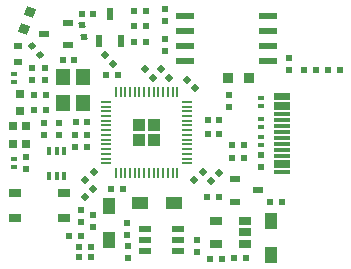
<source format=gtp>
G04*
G04 #@! TF.GenerationSoftware,Altium Limited,Altium Designer,25.2.1 (25)*
G04*
G04 Layer_Color=8421504*
%FSAX26Y26*%
%MOIN*%
G70*
G04*
G04 #@! TF.SameCoordinates,B4543352-C1F1-4858-B80E-EDAD671B2EAA*
G04*
G04*
G04 #@! TF.FilePolarity,Positive*
G04*
G01*
G75*
%ADD18R,0.057087X0.011811*%
%ADD19R,0.021654X0.019685*%
%ADD20R,0.034449X0.007874*%
%ADD21R,0.007874X0.034449*%
%ADD22R,0.035433X0.023622*%
%ADD23R,0.024606X0.012795*%
%ADD24R,0.021654X0.019685*%
%ADD25R,0.019685X0.021654*%
%ADD26R,0.015748X0.031496*%
%ADD27R,0.053150X0.043307*%
%ADD28R,0.019685X0.021654*%
%ADD29R,0.038000X0.036000*%
%ADD30R,0.022000X0.042000*%
%ADD31R,0.039370X0.027559*%
%ADD32R,0.039370X0.023622*%
%ADD33R,0.025591X0.031496*%
G04:AMPARAMS|DCode=34|XSize=21.654mil|YSize=19.685mil|CornerRadius=0mil|HoleSize=0mil|Usage=FLASHONLY|Rotation=225.000|XOffset=0mil|YOffset=0mil|HoleType=Round|Shape=Rectangle|*
%AMROTATEDRECTD34*
4,1,4,0.000696,0.014615,0.014615,0.000696,-0.000696,-0.014615,-0.014615,-0.000696,0.000696,0.014615,0.0*
%
%ADD34ROTATEDRECTD34*%

G04:AMPARAMS|DCode=35|XSize=19.685mil|YSize=21.654mil|CornerRadius=0mil|HoleSize=0mil|Usage=FLASHONLY|Rotation=135.000|XOffset=0mil|YOffset=0mil|HoleType=Round|Shape=Rectangle|*
%AMROTATEDRECTD35*
4,1,4,0.014615,0.000696,-0.000696,-0.014615,-0.014615,-0.000696,0.000696,0.014615,0.014615,0.000696,0.0*
%
%ADD35ROTATEDRECTD35*%

G04:AMPARAMS|DCode=36|XSize=21.654mil|YSize=19.685mil|CornerRadius=0mil|HoleSize=0mil|Usage=FLASHONLY|Rotation=10.000|XOffset=0mil|YOffset=0mil|HoleType=Round|Shape=Rectangle|*
%AMROTATEDRECTD36*
4,1,4,-0.008953,-0.011573,-0.012371,0.007813,0.008953,0.011573,0.012371,-0.007813,-0.008953,-0.011573,0.0*
%
%ADD36ROTATEDRECTD36*%

%ADD37R,0.043307X0.053150*%
G04:AMPARAMS|DCode=38|XSize=30mil|YSize=32mil|CornerRadius=0mil|HoleSize=0mil|Usage=FLASHONLY|Rotation=70.000|XOffset=0mil|YOffset=0mil|HoleType=Round|Shape=Rectangle|*
%AMROTATEDRECTD38*
4,1,4,0.009905,-0.019568,-0.020165,-0.008623,-0.009905,0.019568,0.020165,0.008623,0.009905,-0.019568,0.0*
%
%ADD38ROTATEDRECTD38*%

%ADD39R,0.027559X0.027559*%
G04:AMPARAMS|DCode=40|XSize=21.654mil|YSize=19.685mil|CornerRadius=0mil|HoleSize=0mil|Usage=FLASHONLY|Rotation=135.000|XOffset=0mil|YOffset=0mil|HoleType=Round|Shape=Rectangle|*
%AMROTATEDRECTD40*
4,1,4,0.014615,-0.000696,0.000696,-0.014615,-0.014615,0.000696,-0.000696,0.014615,0.014615,-0.000696,0.0*
%
%ADD40ROTATEDRECTD40*%

%ADD41R,0.062992X0.023622*%
%ADD42R,0.047244X0.055118*%
G04:AMPARAMS|DCode=43|XSize=19.685mil|YSize=21.654mil|CornerRadius=0mil|HoleSize=0mil|Usage=FLASHONLY|Rotation=130.000|XOffset=0mil|YOffset=0mil|HoleType=Round|Shape=Rectangle|*
%AMROTATEDRECTD43*
4,1,4,0.014620,-0.000580,-0.001967,-0.014499,-0.014620,0.000580,0.001967,0.014499,0.014620,-0.000580,0.0*
%
%ADD43ROTATEDRECTD43*%

G04:AMPARAMS|DCode=44|XSize=19.685mil|YSize=21.654mil|CornerRadius=0mil|HoleSize=0mil|Usage=FLASHONLY|Rotation=45.000|XOffset=0mil|YOffset=0mil|HoleType=Round|Shape=Rectangle|*
%AMROTATEDRECTD44*
4,1,4,0.000696,-0.014615,-0.014615,0.000696,-0.000696,0.014615,0.014615,-0.000696,0.000696,-0.014615,0.0*
%
%ADD44ROTATEDRECTD44*%

%ADD45R,0.041339X0.025591*%
%ADD46R,0.031496X0.023622*%
G36*
X-00150590Y-00037402D02*
X-00150590Y00002953D01*
X-00110236Y00002953D01*
X-00110236Y-00037402D01*
X-00150590Y-00037402D01*
X-00150590Y-00037402D02*
G37*
G36*
X-00150590Y00012795D02*
X-00150590Y00053150D01*
X-00110236Y00053150D01*
X-00110236Y00012795D01*
X-00150590Y00012795D01*
X-00150590Y00012795D02*
G37*
G36*
X-00100394Y-00037402D02*
X-00100394Y00002953D01*
X-00060039Y00002953D01*
X-00060039Y-00037402D01*
X-00100394Y-00037402D01*
X-00100394Y-00037402D02*
G37*
G36*
X-00100394Y00012795D02*
X-00100394Y00053150D01*
X-00060039Y00053150D01*
X-00060039Y00012795D01*
X-00100394Y00012795D01*
X-00100394Y00012795D02*
G37*
D18*
X00346457Y-00122047D02*
D03*
X00346457Y-00102362D02*
D03*
X00346457Y-00090551D02*
D03*
X00346457Y-00068898D02*
D03*
X00346457Y-00049213D02*
D03*
X00346233Y-00029528D02*
D03*
X00346457Y-00009842D02*
D03*
X00346457Y00009842D02*
D03*
X00346457Y00029528D02*
D03*
X00346457Y00049213D02*
D03*
X00346457Y00068898D02*
D03*
X00346457Y00090551D02*
D03*
X00346457Y00102362D02*
D03*
X00346457Y00122047D02*
D03*
X00346457Y00133858D02*
D03*
D19*
X-00448425Y00000197D02*
D03*
X-00397835Y00000197D02*
D03*
X-00344488Y-00001476D02*
D03*
X-00344488Y-00040846D02*
D03*
X-00305330Y-00040020D02*
D03*
X-00305330Y-00000650D02*
D03*
X-00170335Y-00295276D02*
D03*
X-00170335Y-00334646D02*
D03*
X-00168059Y-00370913D02*
D03*
X-00168059Y-00410283D02*
D03*
X00062595Y-00389169D02*
D03*
X00062595Y-00349799D02*
D03*
X00370249Y00216798D02*
D03*
X00370249Y00256168D02*
D03*
X-00043623Y00280737D02*
D03*
X-00043623Y00320107D02*
D03*
X-00397835Y00039567D02*
D03*
X-00448425Y00039567D02*
D03*
D20*
X-00240649Y-00094488D02*
D03*
X-00240649Y-00078740D02*
D03*
X-00240649Y-00062992D02*
D03*
X-00240649Y-00047244D02*
D03*
X-00240649Y-00031496D02*
D03*
X-00240649Y-00015748D02*
D03*
X-00240649Y-00000000D02*
D03*
X-00240649Y00015748D02*
D03*
X-00240649Y00031496D02*
D03*
X-00240649Y00047244D02*
D03*
X-00240649Y00062992D02*
D03*
X-00240649Y00078740D02*
D03*
X-00240649Y00094488D02*
D03*
X-00240649Y00110236D02*
D03*
X00030020Y00015748D02*
D03*
X00030020Y-00000000D02*
D03*
X00030020Y-00015748D02*
D03*
X00030020Y-00031496D02*
D03*
X00030020Y-00047244D02*
D03*
X00030020Y-00062992D02*
D03*
X00030020Y-00078740D02*
D03*
X00030020Y-00094488D02*
D03*
X00030020Y00031496D02*
D03*
X00030020Y00047244D02*
D03*
X00030020Y00062992D02*
D03*
X00030020Y00078740D02*
D03*
X00030020Y00094488D02*
D03*
X00030020Y00110236D02*
D03*
D21*
X-00207677Y-00127461D02*
D03*
X-00191929Y-00127461D02*
D03*
X-00176181Y-00127461D02*
D03*
X-00160433Y-00127461D02*
D03*
X-00144685Y-00127461D02*
D03*
X-00128937Y-00127461D02*
D03*
X-00113189Y-00127461D02*
D03*
X-00097441Y-00127461D02*
D03*
X-00081693Y-00127461D02*
D03*
X-00065945Y-00127461D02*
D03*
X-00050197Y-00127461D02*
D03*
X-00034449Y-00127461D02*
D03*
X-00018701Y-00127461D02*
D03*
X-00002953Y-00127461D02*
D03*
X-00002953Y00143208D02*
D03*
X-00018701Y00143208D02*
D03*
X-00034449Y00143208D02*
D03*
X-00050197Y00143208D02*
D03*
X-00065945Y00143208D02*
D03*
X-00081693Y00143208D02*
D03*
X-00097441Y00143208D02*
D03*
X-00113189Y00143208D02*
D03*
X-00128937Y00143208D02*
D03*
X-00144685Y00143208D02*
D03*
X-00160433Y00143208D02*
D03*
X-00176181Y00143208D02*
D03*
X-00191929Y00143208D02*
D03*
X-00207677Y00143208D02*
D03*
D22*
X-00446850Y00335830D02*
D03*
X-00368110Y00373231D02*
D03*
X-00368110Y00298428D02*
D03*
X00187846Y-00147578D02*
D03*
X00187846Y-00222381D02*
D03*
X00266586Y-00184980D02*
D03*
D23*
X-00548228Y-00108268D02*
D03*
X-00548228Y-00080709D02*
D03*
X-00547244Y00175197D02*
D03*
X-00547244Y00202756D02*
D03*
X00275590Y00026575D02*
D03*
X00275590Y-00006890D02*
D03*
X00275590Y-00034449D02*
D03*
X00275590Y00054134D02*
D03*
X00275591Y00095472D02*
D03*
X00275591Y00123031D02*
D03*
D24*
X-00505905Y-00114217D02*
D03*
X-00505905Y-00074847D02*
D03*
X-00324315Y-00250702D02*
D03*
X-00324315Y-00290072D02*
D03*
X-00285505Y-00306134D02*
D03*
X-00285505Y-00266764D02*
D03*
X00170952Y00092483D02*
D03*
X00170952Y00131853D02*
D03*
X00276575Y-00066768D02*
D03*
X00276575Y-00106138D02*
D03*
X-00044291Y00378937D02*
D03*
X-00044291Y00418307D02*
D03*
X-00442506Y00223936D02*
D03*
X-00442506Y00184566D02*
D03*
X-00487574Y00184055D02*
D03*
X-00487574Y00223425D02*
D03*
D25*
X-00478895Y00083960D02*
D03*
X-00478895Y00131693D02*
D03*
X-00439525Y00131693D02*
D03*
X-00439525Y00083960D02*
D03*
X-00342059Y00043110D02*
D03*
X-00302689Y00043110D02*
D03*
X-00145669Y00362205D02*
D03*
X-00106299Y00362205D02*
D03*
X-00106299Y00413386D02*
D03*
X-00145669Y00413386D02*
D03*
X-00282699Y00403904D02*
D03*
X-00322069Y00403904D02*
D03*
X00181102Y-00032212D02*
D03*
X00220472Y-00032212D02*
D03*
X00220472Y-00076772D02*
D03*
X00181102Y-00076772D02*
D03*
X00135583Y-00206713D02*
D03*
X00096213Y-00206713D02*
D03*
X00458831Y00216798D02*
D03*
X00500000Y00216798D02*
D03*
X00539370Y00216798D02*
D03*
X00419461Y00216798D02*
D03*
X-00290494Y-00372464D02*
D03*
X-00291339Y-00407612D02*
D03*
X-00330709Y-00407612D02*
D03*
X-00329864Y-00372464D02*
D03*
D26*
X-00431102Y-00135964D02*
D03*
X-00405512Y-00135964D02*
D03*
X-00379921Y-00135964D02*
D03*
X-00379921Y-00054862D02*
D03*
X-00405512Y-00054862D02*
D03*
X-00431102Y-00054862D02*
D03*
D27*
X-00125984Y-00228346D02*
D03*
X-00013779Y-00228346D02*
D03*
D28*
X-00362504Y-00336831D02*
D03*
X-00323134Y-00336831D02*
D03*
X-00222678Y-00181102D02*
D03*
X-00183308Y-00181102D02*
D03*
X00106795Y-00412683D02*
D03*
X00146165Y-00412683D02*
D03*
X00185167Y-00411698D02*
D03*
X00224537Y-00411698D02*
D03*
X00307087Y-00224689D02*
D03*
X00346457Y-00224689D02*
D03*
X00137796Y00003937D02*
D03*
X00098425Y00003937D02*
D03*
X00098425Y00050197D02*
D03*
X00137796Y00050197D02*
D03*
X-00106299Y00311024D02*
D03*
X-00145669Y00311024D02*
D03*
X-00201771Y00199803D02*
D03*
X-00241141Y00199803D02*
D03*
X-00345612Y00248911D02*
D03*
X-00384982Y00248911D02*
D03*
D29*
X00166287Y00188976D02*
D03*
X00235287Y00188976D02*
D03*
D30*
X-00265400Y00312482D02*
D03*
X-00190400Y00312482D02*
D03*
X-00227900Y00402482D02*
D03*
D31*
X00127611Y-00362503D02*
D03*
X00127611Y-00287700D02*
D03*
X00222099Y-00287700D02*
D03*
X00222099Y-00325101D02*
D03*
X00222099Y-00362503D02*
D03*
D32*
X-00110236Y-00387795D02*
D03*
X-00110236Y-00350394D02*
D03*
X-00110236Y-00312992D02*
D03*
X-00001968Y-00312992D02*
D03*
X-00001968Y-00350394D02*
D03*
X-00001968Y-00387795D02*
D03*
D33*
X-00549213Y-00029528D02*
D03*
X-00505906Y-00029528D02*
D03*
X-00505906Y00029528D02*
D03*
X-00549213Y00029528D02*
D03*
D34*
X-00082805Y00190805D02*
D03*
X-00029191Y00190805D02*
D03*
X-00057030Y00218644D02*
D03*
X-00110644Y00218644D02*
D03*
D35*
X-00244788Y00265128D02*
D03*
X-00216949Y00237289D02*
D03*
X00028434Y00184195D02*
D03*
X00056273Y00156356D02*
D03*
D36*
X-00313511Y00326483D02*
D03*
X-00320347Y00365255D02*
D03*
D37*
X-00229526Y-00349409D02*
D03*
X-00229526Y-00237205D02*
D03*
X00308269Y-00286835D02*
D03*
X00308269Y-00399039D02*
D03*
D38*
X-00514360Y00352041D02*
D03*
X-00493497Y00409363D02*
D03*
D39*
X-00527559Y00078740D02*
D03*
X-00527559Y00137795D02*
D03*
D40*
X-00311748Y-00208211D02*
D03*
X-00283909Y-00180372D02*
D03*
X-00309407Y-00151972D02*
D03*
X-00281568Y-00124133D02*
D03*
D41*
X00022441Y00246242D02*
D03*
X00298031Y00246242D02*
D03*
X00298031Y00296242D02*
D03*
X00298031Y00346242D02*
D03*
X00298031Y00396242D02*
D03*
X00022441Y00396242D02*
D03*
X00022441Y00346242D02*
D03*
X00022441Y00296242D02*
D03*
D42*
X-00383858Y00105968D02*
D03*
X-00316929Y00105968D02*
D03*
X-00316929Y00192582D02*
D03*
X-00383858Y00192582D02*
D03*
D43*
X-00461909Y00265832D02*
D03*
X-00487216Y00295991D02*
D03*
D44*
X00053403Y-00151435D02*
D03*
X00081242Y-00123596D02*
D03*
X00137592Y-00126201D02*
D03*
X00109753Y-00154040D02*
D03*
D45*
X-00545275Y-00277579D02*
D03*
X-00381890Y-00277579D02*
D03*
X-00381890Y-00192934D02*
D03*
X-00545275Y-00192934D02*
D03*
D46*
X-00535433Y00242442D02*
D03*
X-00535433Y00297560D02*
D03*
M02*

</source>
